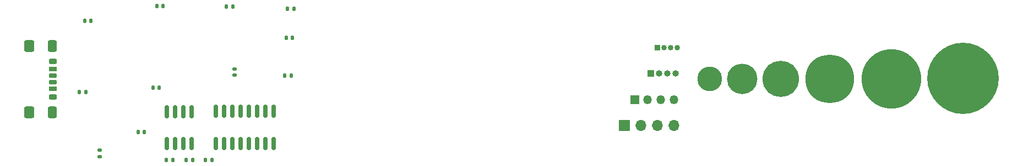
<source format=gbr>
%TF.GenerationSoftware,KiCad,Pcbnew,8.0.2*%
%TF.CreationDate,2024-06-03T00:30:19+01:00*%
%TF.ProjectId,Ruler_V2_KiCad,52756c65-725f-4563-925f-4b694361642e,rev?*%
%TF.SameCoordinates,Original*%
%TF.FileFunction,Soldermask,Bot*%
%TF.FilePolarity,Negative*%
%FSLAX46Y46*%
G04 Gerber Fmt 4.6, Leading zero omitted, Abs format (unit mm)*
G04 Created by KiCad (PCBNEW 8.0.2) date 2024-06-03 00:30:19*
%MOMM*%
%LPD*%
G01*
G04 APERTURE LIST*
G04 Aperture macros list*
%AMRoundRect*
0 Rectangle with rounded corners*
0 $1 Rounding radius*
0 $2 $3 $4 $5 $6 $7 $8 $9 X,Y pos of 4 corners*
0 Add a 4 corners polygon primitive as box body*
4,1,4,$2,$3,$4,$5,$6,$7,$8,$9,$2,$3,0*
0 Add four circle primitives for the rounded corners*
1,1,$1+$1,$2,$3*
1,1,$1+$1,$4,$5*
1,1,$1+$1,$6,$7*
1,1,$1+$1,$8,$9*
0 Add four rect primitives between the rounded corners*
20,1,$1+$1,$2,$3,$4,$5,0*
20,1,$1+$1,$4,$5,$6,$7,0*
20,1,$1+$1,$6,$7,$8,$9,0*
20,1,$1+$1,$8,$9,$2,$3,0*%
G04 Aperture macros list end*
%ADD10RoundRect,0.135000X0.135000X0.185000X-0.135000X0.185000X-0.135000X-0.185000X0.135000X-0.185000X0*%
%ADD11RoundRect,0.175000X0.425000X-0.175000X0.425000X0.175000X-0.425000X0.175000X-0.425000X-0.175000X0*%
%ADD12RoundRect,0.190000X-0.410000X0.190000X-0.410000X-0.190000X0.410000X-0.190000X0.410000X0.190000X0*%
%ADD13RoundRect,0.200000X-0.400000X0.200000X-0.400000X-0.200000X0.400000X-0.200000X0.400000X0.200000X0*%
%ADD14RoundRect,0.175000X-0.425000X0.175000X-0.425000X-0.175000X0.425000X-0.175000X0.425000X0.175000X0*%
%ADD15RoundRect,0.190000X0.410000X-0.190000X0.410000X0.190000X-0.410000X0.190000X-0.410000X-0.190000X0*%
%ADD16RoundRect,0.200000X0.400000X-0.200000X0.400000X0.200000X-0.400000X0.200000X-0.400000X-0.200000X0*%
%ADD17RoundRect,0.250000X0.425000X-0.650000X0.425000X0.650000X-0.425000X0.650000X-0.425000X-0.650000X0*%
%ADD18RoundRect,0.250000X0.500000X-0.650000X0.500000X0.650000X-0.500000X0.650000X-0.500000X-0.650000X0*%
%ADD19RoundRect,0.147500X0.147500X0.172500X-0.147500X0.172500X-0.147500X-0.172500X0.147500X-0.172500X0*%
%ADD20RoundRect,0.147500X-0.147500X-0.172500X0.147500X-0.172500X0.147500X0.172500X-0.147500X0.172500X0*%
%ADD21RoundRect,0.147500X0.172500X-0.147500X0.172500X0.147500X-0.172500X0.147500X-0.172500X-0.147500X0*%
%ADD22RoundRect,0.140000X-0.140000X-0.170000X0.140000X-0.170000X0.140000X0.170000X-0.140000X0.170000X0*%
%ADD23RoundRect,0.150000X-0.150000X0.850000X-0.150000X-0.850000X0.150000X-0.850000X0.150000X0.850000X0*%
%ADD24RoundRect,0.150000X-0.150000X0.825000X-0.150000X-0.825000X0.150000X-0.825000X0.150000X0.825000X0*%
%ADD25C,9.200000*%
%ADD26R,1.700000X1.700000*%
%ADD27O,1.700000X1.700000*%
%ADD28C,5.600000*%
%ADD29R,1.350000X1.350000*%
%ADD30O,1.350000X1.350000*%
%ADD31C,3.800000*%
%ADD32C,4.700000*%
%ADD33C,11.000000*%
%ADD34C,7.500000*%
%ADD35R,1.000000X1.000000*%
%ADD36O,1.000000X1.000000*%
%ADD37R,0.850000X0.850000*%
%ADD38O,0.850000X0.850000*%
G04 APERTURE END LIST*
D10*
%TO.C,R103*%
X101990000Y-112500000D03*
X103010000Y-112500000D03*
%TD*%
%TO.C,R102*%
X117590000Y-89100000D03*
X118610000Y-89100000D03*
%TD*%
%TO.C,R101*%
X98990000Y-112500000D03*
X100010000Y-112500000D03*
%TD*%
D11*
%TO.C,J102*%
X81532500Y-100500000D03*
D12*
X81532500Y-98480000D03*
D13*
X81532500Y-97250000D03*
D14*
X81532500Y-99500000D03*
D15*
X81532500Y-101520000D03*
D16*
X81532500Y-102750000D03*
D17*
X81477500Y-105125000D03*
D18*
X77897500Y-105125000D03*
D17*
X81477500Y-94875000D03*
D18*
X77897500Y-94875000D03*
%TD*%
D19*
%TO.C,D110*%
X94615000Y-108200000D03*
X95585000Y-108200000D03*
%TD*%
D20*
%TO.C,D109*%
X97885000Y-101300000D03*
X96915000Y-101300000D03*
%TD*%
D19*
%TO.C,D108*%
X117215000Y-99500000D03*
X118185000Y-99500000D03*
%TD*%
D20*
%TO.C,D107*%
X87385000Y-91000000D03*
X86415000Y-91000000D03*
%TD*%
D19*
%TO.C,D106*%
X108215000Y-88800000D03*
X109185000Y-88800000D03*
%TD*%
D21*
%TO.C,D105*%
X109500000Y-98415000D03*
X109500000Y-99385000D03*
%TD*%
%TO.C,D104*%
X88700000Y-111015000D03*
X88700000Y-111985000D03*
%TD*%
D20*
%TO.C,D103*%
X86585000Y-102000000D03*
X85615000Y-102000000D03*
%TD*%
%TO.C,D102*%
X98485000Y-88700000D03*
X97515000Y-88700000D03*
%TD*%
D19*
%TO.C,D101*%
X117415000Y-93600000D03*
X118385000Y-93600000D03*
%TD*%
D22*
%TO.C,C101*%
X105980000Y-112500000D03*
X105020000Y-112500000D03*
%TD*%
D23*
%TO.C,U102*%
X106555000Y-105000000D03*
X107825000Y-105000000D03*
X109095000Y-105000000D03*
X110365000Y-105000000D03*
X111635000Y-105000000D03*
X112905000Y-105000000D03*
X114175000Y-105000000D03*
X115445000Y-105000000D03*
X115445000Y-110000000D03*
X114175000Y-110000000D03*
X112905000Y-110000000D03*
X111635000Y-110000000D03*
X110365000Y-110000000D03*
X109095000Y-110000000D03*
X107825000Y-110000000D03*
X106555000Y-110000000D03*
%TD*%
D24*
%TO.C,U101*%
X99095000Y-105025000D03*
X100365000Y-105025000D03*
X101635000Y-105025000D03*
X102905000Y-105025000D03*
X102905000Y-109975000D03*
X101635000Y-109975000D03*
X100365000Y-109975000D03*
X99095000Y-109975000D03*
%TD*%
D25*
%TO.C,REF\u002A\u002A*%
X210500000Y-100000000D03*
%TD*%
D26*
%TO.C,REF\u002A\u002A*%
X169450000Y-107150000D03*
D27*
X171990000Y-107150000D03*
X174530000Y-107150000D03*
X177070000Y-107150000D03*
%TD*%
D28*
%TO.C,REF\u002A\u002A*%
X193500000Y-100000000D03*
%TD*%
D29*
%TO.C,REF\u002A\u002A*%
X171000000Y-103150000D03*
D30*
X173000000Y-103150000D03*
X175000000Y-103150000D03*
X177000000Y-103150000D03*
%TD*%
D31*
%TO.C,REF\u002A\u002A*%
X182500000Y-100000000D03*
%TD*%
D32*
%TO.C,REF\u002A\u002A*%
X187500000Y-100000000D03*
%TD*%
D33*
%TO.C,REF\u002A\u002A*%
X221500000Y-99900000D03*
%TD*%
D34*
%TO.C,REF\u002A\u002A*%
X201000000Y-100000000D03*
%TD*%
D35*
%TO.C,REF\u002A\u002A*%
X173460000Y-99150000D03*
D36*
X174730000Y-99150000D03*
X176000000Y-99150000D03*
X177270000Y-99150000D03*
%TD*%
D37*
%TO.C,REF\u002A\u002A*%
X174500000Y-95150000D03*
D38*
X175500000Y-95150000D03*
X176500000Y-95150000D03*
X177500000Y-95150000D03*
%TD*%
M02*

</source>
